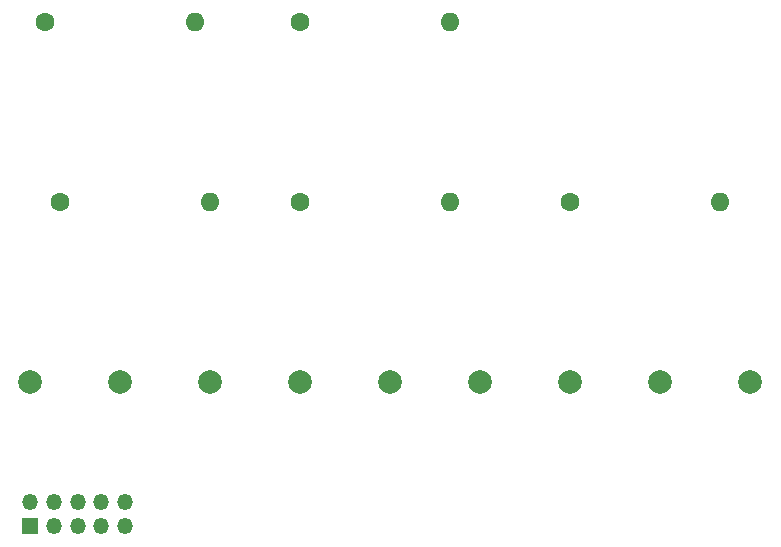
<source format=gbr>
%TF.GenerationSoftware,KiCad,Pcbnew,(7.0.0)*%
%TF.CreationDate,2023-03-24T11:42:49+01:00*%
%TF.ProjectId,PCH-1000JIG,5043482d-3130-4303-904a-49472e6b6963,rev?*%
%TF.SameCoordinates,Original*%
%TF.FileFunction,Soldermask,Top*%
%TF.FilePolarity,Negative*%
%FSLAX46Y46*%
G04 Gerber Fmt 4.6, Leading zero omitted, Abs format (unit mm)*
G04 Created by KiCad (PCBNEW (7.0.0)) date 2023-03-24 11:42:49*
%MOMM*%
%LPD*%
G01*
G04 APERTURE LIST*
%ADD10C,1.600000*%
%ADD11O,1.600000X1.600000*%
%ADD12C,2.000000*%
%ADD13R,1.350000X1.350000*%
%ADD14O,1.350000X1.350000*%
G04 APERTURE END LIST*
D10*
%TO.C,330 Ohms*%
X48260000Y-36380000D03*
D11*
X60959999Y-36379999D03*
%TD*%
D12*
%TO.C,3v3 VCC*%
X48260000Y-51620000D03*
%TD*%
D10*
%TO.C,330 Ohms*%
X27940000Y-36380000D03*
D11*
X40639999Y-36379999D03*
%TD*%
D13*
%TO.C,Pin Header*%
X25399999Y-63779999D03*
D14*
X25399999Y-61779999D03*
X27399999Y-63779999D03*
X27399999Y-61779999D03*
X29399999Y-63779999D03*
X29399999Y-61779999D03*
X31399999Y-63779999D03*
X31399999Y-61779999D03*
X33399999Y-63779999D03*
X33399999Y-61779999D03*
%TD*%
D10*
%TO.C,1k Ohms*%
X26670000Y-21140000D03*
D11*
X39369999Y-21139999D03*
%TD*%
D12*
%TO.C,Vita TX/7*%
X55880000Y-51620000D03*
%TD*%
%TO.C,PC RX*%
X25400000Y-51620000D03*
%TD*%
%TO.C,UDC 12*%
X78740000Y-51620000D03*
%TD*%
%TO.C,UDC 3/GND*%
X86360000Y-51620000D03*
%TD*%
%TO.C,PC GND*%
X40640000Y-51620000D03*
%TD*%
D10*
%TO.C,1k Ohms*%
X48260000Y-21140000D03*
D11*
X60959999Y-21139999D03*
%TD*%
D12*
%TO.C,UDC 11*%
X71120000Y-51620000D03*
%TD*%
%TO.C,PC TX*%
X33020000Y-51620000D03*
%TD*%
%TO.C,Vita RX/6*%
X63500000Y-51620000D03*
%TD*%
D10*
%TO.C,150 Ohms*%
X71120000Y-36380000D03*
D11*
X83819999Y-36379999D03*
%TD*%
M02*

</source>
